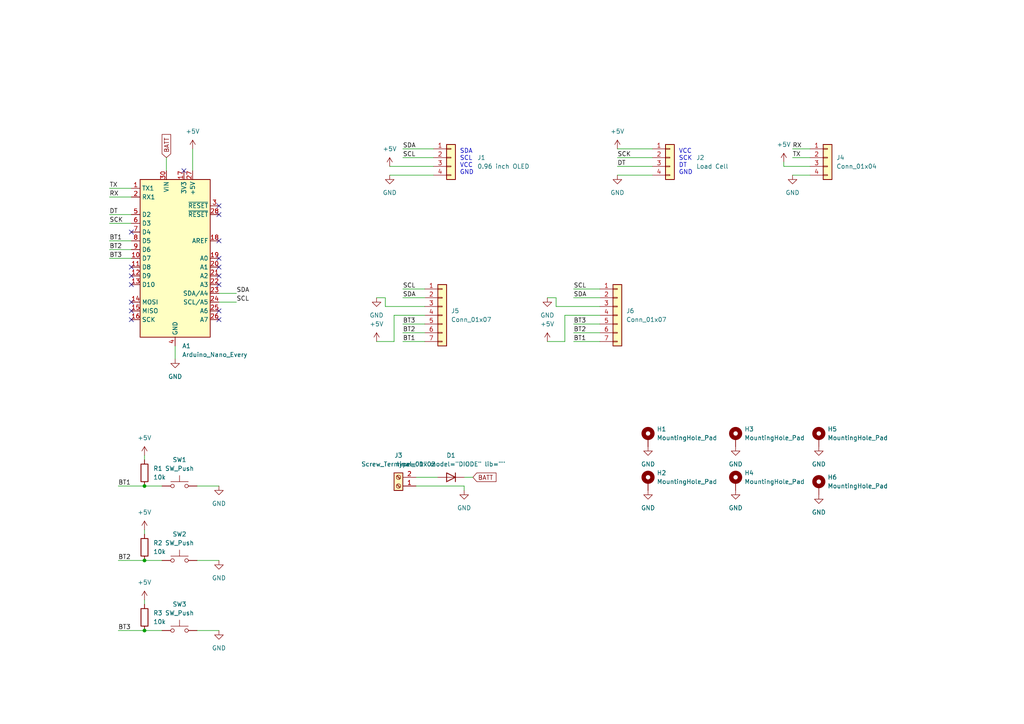
<source format=kicad_sch>
(kicad_sch (version 20211123) (generator eeschema)
  (paper "A4")
  (lib_symbols
    (symbol "Connector:Screw_Terminal_01x02" (pin_names (offset 1.016) hide)
      (property "Reference" "J" (at 0 2.54 0))
      (property "Value" "Screw_Terminal_01x02" (at 0 -5.08 0))
      (symbol "Screw_Terminal_01x02_1_1"
        (rectangle (start -1.27 1.27) (end 1.27 -3.81) (stroke (width 0.254)) (fill (type background)))
        (circle (center 0 -2.54) (radius 0.635) (stroke (width 0.1524)))
        (polyline (pts (xy -0.5334 -2.2098) (xy 0.3302 -3.048)) (stroke (width 0.1524)))
        (polyline (pts (xy -0.5334 0.3302) (xy 0.3302 -0.508)) (stroke (width 0.1524)))
        (polyline (pts (xy -0.3556 -2.032) (xy 0.508 -2.8702)) (stroke (width 0.1524)))
        (polyline (pts (xy -0.3556 0.508) (xy 0.508 -0.3302)) (stroke (width 0.1524)))
        (circle (center 0 0) (radius 0.635) (stroke (width 0.1524)))
        (pin passive line (at -5.08 0 0) (length 3.81) (name "Pin_1") (number "1"))
        (pin passive line (at -5.08 -2.54 0) (length 3.81) (name "Pin_2") (number "2"))
      )
    )
    (symbol "Connector_Generic:Conn_01x04" (pin_names (offset 1.016) hide)
      (property "Reference" "J" (at 0 5.08 0))
      (property "Value" "Conn_01x04" (at 0 -7.62 0))
      (symbol "Conn_01x04_1_1"
        (rectangle (start -1.27 -4.953) (end 0 -5.207) (stroke (width 0.1524)))
        (rectangle (start -1.27 -2.413) (end 0 -2.667) (stroke (width 0.1524)))
        (rectangle (start -1.27 0.127) (end 0 -0.127) (stroke (width 0.1524)))
        (rectangle (start -1.27 2.667) (end 0 2.413) (stroke (width 0.1524)))
        (rectangle (start -1.27 3.81) (end 1.27 -6.35) (stroke (width 0.254)) (fill (type background)))
        (pin passive line (at -5.08 2.54 0) (length 3.81) (name "Pin_1") (number "1"))
        (pin passive line (at -5.08 0 0) (length 3.81) (name "Pin_2") (number "2"))
        (pin passive line (at -5.08 -2.54 0) (length 3.81) (name "Pin_3") (number "3"))
        (pin passive line (at -5.08 -5.08 0) (length 3.81) (name "Pin_4") (number "4"))
      )
    )
    (symbol "Connector_Generic:Conn_01x07" (pin_names (offset 1.016) hide)
      (property "Reference" "J" (at 0 10.16 0))
      (property "Value" "Conn_01x07" (at 0 -10.16 0))
      (symbol "Conn_01x07_1_1"
        (rectangle (start -1.27 -7.493) (end 0 -7.747) (stroke (width 0.1524)))
        (rectangle (start -1.27 -4.953) (end 0 -5.207) (stroke (width 0.1524)))
        (rectangle (start -1.27 -2.413) (end 0 -2.667) (stroke (width 0.1524)))
        (rectangle (start -1.27 0.127) (end 0 -0.127) (stroke (width 0.1524)))
        (rectangle (start -1.27 2.667) (end 0 2.413) (stroke (width 0.1524)))
        (rectangle (start -1.27 5.207) (end 0 4.953) (stroke (width 0.1524)))
        (rectangle (start -1.27 7.747) (end 0 7.493) (stroke (width 0.1524)))
        (rectangle (start -1.27 8.89) (end 1.27 -8.89) (stroke (width 0.254)) (fill (type background)))
        (pin passive line (at -5.08 7.62 0) (length 3.81) (name "Pin_1") (number "1"))
        (pin passive line (at -5.08 5.08 0) (length 3.81) (name "Pin_2") (number "2"))
        (pin passive line (at -5.08 2.54 0) (length 3.81) (name "Pin_3") (number "3"))
        (pin passive line (at -5.08 0 0) (length 3.81) (name "Pin_4") (number "4"))
        (pin passive line (at -5.08 -2.54 0) (length 3.81) (name "Pin_5") (number "5"))
        (pin passive line (at -5.08 -5.08 0) (length 3.81) (name "Pin_6") (number "6"))
        (pin passive line (at -5.08 -7.62 0) (length 3.81) (name "Pin_7") (number "7"))
      )
    )
    (symbol "Device:R" (pin_numbers hide) (pin_names (offset 0))
      (property "Reference" "R" (at 2.032 0 90))
      (property "Value" "R" (at 0 0 90))
      (symbol "R_0_1"
        (rectangle (start -1.016 -2.54) (end 1.016 2.54) (stroke (width 0.254)))
      )
      (symbol "R_1_1"
        (pin passive line (at 0 3.81 270) (length 1.27) (name "~") (number "1"))
        (pin passive line (at 0 -3.81 90) (length 1.27) (name "~") (number "2"))
      )
    )
    (symbol "MCU_Module:Arduino_Nano_Every"
      (property "Reference" "A" (at -10.16 23.495 0))
      (property "Value" "Arduino_Nano_Every" (at 5.08 -24.13 0))
      (symbol "Arduino_Nano_Every_0_1"
        (rectangle (start -10.16 22.86) (end 10.16 -22.86) (stroke (width 0.254)) (fill (type background)))
      )
      (symbol "Arduino_Nano_Every_1_1"
        (pin bidirectional line (at -12.7 20.32 0) (length 2.54) (name "TX1") (number "1"))
        (pin bidirectional line (at -12.7 0 0) (length 2.54) (name "D7") (number "10"))
        (pin bidirectional line (at -12.7 -2.54 0) (length 2.54) (name "D8") (number "11"))
        (pin bidirectional line (at -12.7 -5.08 0) (length 2.54) (name "D9") (number "12"))
        (pin bidirectional line (at -12.7 -7.62 0) (length 2.54) (name "D10") (number "13"))
        (pin bidirectional line (at -12.7 -12.7 0) (length 2.54) (name "MOSI") (number "14"))
        (pin bidirectional line (at -12.7 -15.24 0) (length 2.54) (name "MISO") (number "15"))
        (pin bidirectional line (at -12.7 -17.78 0) (length 2.54) (name "SCK") (number "16"))
        (pin power_out line (at 2.54 25.4 270) (length 2.54) (name "3V3") (number "17"))
        (pin input line (at 12.7 5.08 180) (length 2.54) (name "AREF") (number "18"))
        (pin bidirectional line (at 12.7 0 180) (length 2.54) (name "A0") (number "19"))
        (pin bidirectional line (at -12.7 17.78 0) (length 2.54) (name "RX1") (number "2"))
        (pin bidirectional line (at 12.7 -2.54 180) (length 2.54) (name "A1") (number "20"))
        (pin bidirectional line (at 12.7 -5.08 180) (length 2.54) (name "A2") (number "21"))
        (pin bidirectional line (at 12.7 -7.62 180) (length 2.54) (name "A3") (number "22"))
        (pin bidirectional line (at 12.7 -10.16 180) (length 2.54) (name "SDA/A4") (number "23"))
        (pin bidirectional line (at 12.7 -12.7 180) (length 2.54) (name "SCL/A5") (number "24"))
        (pin bidirectional line (at 12.7 -15.24 180) (length 2.54) (name "A6") (number "25"))
        (pin bidirectional line (at 12.7 -17.78 180) (length 2.54) (name "A7") (number "26"))
        (pin power_out line (at 5.08 25.4 270) (length 2.54) (name "+5V") (number "27"))
        (pin input line (at 12.7 12.7 180) (length 2.54) (name "~{RESET}") (number "28"))
        (pin passive line (at 0 -25.4 90) (length 2.54) hide (name "GND") (number "29"))
        (pin input line (at 12.7 15.24 180) (length 2.54) (name "~{RESET}") (number "3"))
        (pin power_in line (at -2.54 25.4 270) (length 2.54) (name "VIN") (number "30"))
        (pin power_in line (at 0 -25.4 90) (length 2.54) (name "GND") (number "4"))
        (pin bidirectional line (at -12.7 12.7 0) (length 2.54) (name "D2") (number "5"))
        (pin bidirectional line (at -12.7 10.16 0) (length 2.54) (name "D3") (number "6"))
        (pin bidirectional line (at -12.7 7.62 0) (length 2.54) (name "D4") (number "7"))
        (pin bidirectional line (at -12.7 5.08 0) (length 2.54) (name "D5") (number "8"))
        (pin bidirectional line (at -12.7 2.54 0) (length 2.54) (name "D6") (number "9"))
      )
    )
    (symbol "Mechanical:MountingHole_Pad" (pin_numbers hide) (pin_names (offset 1.016) hide)
      (property "Reference" "H" (at 0 6.35 0))
      (property "Value" "MountingHole_Pad" (at 0 4.445 0))
      (symbol "MountingHole_Pad_0_1"
        (circle (center 0 1.27) (radius 1.27) (stroke (width 1.27)))
      )
      (symbol "MountingHole_Pad_1_1"
        (pin input line (at 0 -2.54 90) (length 2.54) (name "1") (number "1"))
      )
    )
    (symbol "Simulation_SPICE:DIODE" (pin_numbers hide) (pin_names (offset 1.016) hide)
      (property "Reference" "D" (at 0 2.54 0))
      (property "Value" "DIODE" (at 0 -2.54 0))
      (symbol "DIODE_0_1"
        (polyline (pts (xy 1.27 0) (xy -1.27 0)))
        (polyline (pts (xy 1.27 1.27) (xy 1.27 -1.27)) (stroke (width 0.254)))
        (polyline (pts (xy -1.27 -1.27) (xy -1.27 1.27) (xy 1.27 0) (xy -1.27 -1.27)) (stroke (width 0.254)))
      )
      (symbol "DIODE_1_1"
        (pin passive line (at -3.81 0 0) (length 2.54) (name "A") (number "1"))
        (pin passive line (at 3.81 0 180) (length 2.54) (name "K") (number "2"))
      )
    )
    (symbol "Switch:SW_Push" (pin_numbers hide) (pin_names (offset 1.016) hide)
      (property "Reference" "SW" (at 1.27 2.54 0))
      (property "Value" "SW_Push" (at 0 -1.524 0))
      (symbol "SW_Push_0_1"
        (circle (center -2.032 0) (radius 0.508))
        (polyline (pts (xy 0 1.27) (xy 0 3.048)))
        (polyline (pts (xy 2.54 1.27) (xy -2.54 1.27)))
        (circle (center 2.032 0) (radius 0.508))
        (pin passive line (at -5.08 0 0) (length 2.54) (name "1") (number "1"))
        (pin passive line (at 5.08 0 180) (length 2.54) (name "2") (number "2"))
      )
    )
    (symbol "power:+5V" (power) (pin_names (offset 0))
      (property "Value" "+5V" (at 0 3.556 0))
      (symbol "+5V_0_1"
        (polyline (pts (xy -0.762 1.27) (xy 0 2.54)))
        (polyline (pts (xy 0 0) (xy 0 2.54)))
        (polyline (pts (xy 0 2.54) (xy 0.762 1.27)))
      )
      (symbol "+5V_1_1"
        (pin power_in line (at 0 0 90) (length 0) hide (name "+5V") (number "1"))
      )
    )
    (symbol "power:GND" (power) (pin_names (offset 0))
      (property "Value" "GND" (at 0 -3.81 0))
      (symbol "GND_0_1"
        (polyline (pts (xy 0 0) (xy 0 -1.27) (xy 1.27 -1.27) (xy 0 -2.54) (xy -1.27 -1.27) (xy 0 -1.27)))
      )
      (symbol "GND_1_1"
        (pin power_in line (at 0 0 270) (length 0) hide (name "GND") (number "1"))
      )
    )
  )
  (junction (at 41.91 182.88))
  (junction (at 41.91 140.97))
  (junction (at 41.91 162.56))
  (no_connect (at 38.1 77.47))
  (no_connect (at 63.5 74.93))
  (no_connect (at 38.1 82.55))
  (no_connect (at 63.5 82.55))
  (no_connect (at 38.1 80.01))
  (no_connect (at 63.5 92.71))
  (no_connect (at 38.1 87.63))
  (no_connect (at 53.34 49.53))
  (no_connect (at 38.1 67.31))
  (no_connect (at 63.5 59.69))
  (no_connect (at 63.5 62.23))
  (no_connect (at 63.5 69.85))
  (no_connect (at 63.5 77.47))
  (no_connect (at 38.1 92.71))
  (no_connect (at 63.5 80.01))
  (no_connect (at 63.5 90.17))
  (no_connect (at 38.1 90.17))
  (wire (pts (xy 229.87 43.18) (xy 234.95 43.18)))
  (wire (pts (xy 161.29 86.36) (xy 158.75 86.36)))
  (wire (pts (xy 116.84 99.06) (xy 123.19 99.06)))
  (wire (pts (xy 34.29 162.56) (xy 41.91 162.56)))
  (wire (pts (xy 229.87 45.72) (xy 234.95 45.72)))
  (wire (pts (xy 234.95 50.8) (xy 229.87 50.8)))
  (wire (pts (xy 113.03 48.26) (xy 125.73 48.26)))
  (wire (pts (xy 41.91 162.56) (xy 46.99 162.56)))
  (wire (pts (xy 34.29 140.97) (xy 41.91 140.97)))
  (wire (pts (xy 41.91 140.97) (xy 46.99 140.97)))
  (wire (pts (xy 57.15 182.88) (xy 63.5 182.88)))
  (wire (pts (xy 116.84 83.82) (xy 123.19 83.82)))
  (wire (pts (xy 41.91 182.88) (xy 46.99 182.88)))
  (wire (pts (xy 161.29 88.9) (xy 173.99 88.9)))
  (wire (pts (xy 120.65 138.43) (xy 127 138.43)))
  (wire (pts (xy 134.62 138.43) (xy 137.16 138.43)))
  (wire (pts (xy 50.8 100.33) (xy 50.8 104.14)))
  (wire (pts (xy 34.29 182.88) (xy 41.91 182.88)))
  (wire (pts (xy 166.37 96.52) (xy 173.99 96.52)))
  (wire (pts (xy 31.75 54.61) (xy 38.1 54.61)))
  (wire (pts (xy 55.88 43.18) (xy 55.88 49.53)))
  (wire (pts (xy 120.65 140.97) (xy 134.62 140.97)))
  (wire (pts (xy 166.37 99.06) (xy 173.99 99.06)))
  (wire (pts (xy 48.26 45.72) (xy 48.26 49.53)))
  (wire (pts (xy 163.83 91.44) (xy 173.99 91.44)))
  (wire (pts (xy 111.76 86.36) (xy 109.22 86.36)))
  (wire (pts (xy 57.15 162.56) (xy 63.5 162.56)))
  (wire (pts (xy 179.07 45.72) (xy 189.23 45.72)))
  (wire (pts (xy 234.95 48.26) (xy 227.33 48.26)))
  (wire (pts (xy 227.33 46.99) (xy 227.33 48.26)))
  (wire (pts (xy 161.29 88.9) (xy 161.29 86.36)))
  (wire (pts (xy 163.83 99.06) (xy 158.75 99.06)))
  (wire (pts (xy 63.5 87.63) (xy 68.58 87.63)))
  (wire (pts (xy 179.07 48.26) (xy 189.23 48.26)))
  (wire (pts (xy 31.75 64.77) (xy 38.1 64.77)))
  (wire (pts (xy 57.15 140.97) (xy 63.5 140.97)))
  (wire (pts (xy 63.5 85.09) (xy 68.58 85.09)))
  (wire (pts (xy 116.84 96.52) (xy 123.19 96.52)))
  (wire (pts (xy 41.91 132.08) (xy 41.91 133.35)))
  (wire (pts (xy 116.84 93.98) (xy 123.19 93.98)))
  (wire (pts (xy 116.84 43.18) (xy 125.73 43.18)))
  (wire (pts (xy 31.75 57.15) (xy 38.1 57.15)))
  (wire (pts (xy 111.76 88.9) (xy 111.76 86.36)))
  (wire (pts (xy 31.75 72.39) (xy 38.1 72.39)))
  (wire (pts (xy 114.3 91.44) (xy 114.3 99.06)))
  (wire (pts (xy 166.37 93.98) (xy 173.99 93.98)))
  (wire (pts (xy 114.3 91.44) (xy 123.19 91.44)))
  (wire (pts (xy 179.07 50.8) (xy 189.23 50.8)))
  (wire (pts (xy 41.91 173.99) (xy 41.91 175.26)))
  (wire (pts (xy 41.91 153.67) (xy 41.91 154.94)))
  (wire (pts (xy 111.76 88.9) (xy 123.19 88.9)))
  (wire (pts (xy 116.84 86.36) (xy 123.19 86.36)))
  (wire (pts (xy 114.3 99.06) (xy 109.22 99.06)))
  (wire (pts (xy 179.07 43.18) (xy 189.23 43.18)))
  (wire (pts (xy 31.75 62.23) (xy 38.1 62.23)))
  (wire (pts (xy 163.83 91.44) (xy 163.83 99.06)))
  (wire (pts (xy 113.03 50.8) (xy 125.73 50.8)))
  (wire (pts (xy 31.75 74.93) (xy 38.1 74.93)))
  (wire (pts (xy 166.37 83.82) (xy 173.99 83.82)))
  (wire (pts (xy 116.84 45.72) (xy 125.73 45.72)))
  (wire (pts (xy 31.75 69.85) (xy 38.1 69.85)))
  (wire (pts (xy 134.62 142.24) (xy 134.62 140.97)))
  (wire (pts (xy 166.37 86.36) (xy 173.99 86.36)))
  (text "SDA\nSCL\nVCC\nGND" (at 133.35 50.8 0) (effects (font (size 1.27 1.27)) (justify left bottom)))
  (text "VCC\nSCK\nDT\nGND" (at 196.85 50.8 0) (effects (font (size 1.27 1.27)) (justify left bottom)))
  (label "SDA" (at 68.58 85.09 0))
  (label "BT1" (at 31.75 69.85 0))
  (label "TX" (at 31.75 54.61 0))
  (label "SCK" (at 179.07 45.72 0))
  (label "SCK" (at 31.75 64.77 0))
  (label "SDA" (at 116.84 86.36 0))
  (label "DT" (at 179.07 48.26 0))
  (label "SCL" (at 166.37 83.82 0))
  (label "BT1" (at 34.29 140.97 0))
  (label "BT3" (at 31.75 74.93 0))
  (label "BT2" (at 31.75 72.39 0))
  (label "BT2" (at 34.29 162.56 0))
  (label "SCL" (at 68.58 87.63 0))
  (label "SCL" (at 116.84 45.72 0))
  (label "BT3" (at 34.29 182.88 0))
  (label "RX" (at 31.75 57.15 0))
  (label "RX" (at 229.87 43.18 0))
  (label "BT1" (at 116.84 99.06 0))
  (label "BT2" (at 116.84 96.52 0))
  (label "BT1" (at 166.37 99.06 0))
  (label "BT3" (at 166.37 93.98 0))
  (label "TX" (at 229.87 45.72 0))
  (label "DT" (at 31.75 62.23 0))
  (label "BT2" (at 166.37 96.52 0))
  (label "SCL" (at 116.84 83.82 0))
  (label "SDA" (at 116.84 43.18 0))
  (label "SDA" (at 166.37 86.36 0))
  (label "BT3" (at 116.84 93.98 0))
  (global_label "BATT" (shape input) (at 48.26 45.72 90) (property "Intersheet References" "${INTERSHEET_REFS}" (effects hide)))
  (global_label "BATT" (shape input) (at 137.16 138.43 0) (property "Intersheet References" "${INTERSHEET_REFS}" (effects hide)))
  (symbol (lib_id "power:+5V") (at 158.75 99.06 0) (unit 1)
    (property "Reference" "#PWR0112" (effects hide))
    (property "Value" "+5V" (at 158.75 93.98 0))
  )
  (symbol (lib_id "power:GND") (at 158.75 86.36 0) (unit 1)
    (property "Reference" "#PWR0113" (effects hide))
    (property "Value" "GND" (at 158.75 91.44 0))
  )
  (symbol (lib_id "power:GND") (at 229.87 50.8 0) (unit 1)
    (property "Reference" "#PWR0104" (effects hide))
    (property "Value" "GND" (at 229.87 55.88 0))
  )
  (symbol (lib_id "Simulation_SPICE:DIODE") (at 130.81 138.43 0) (unit 1)
    (property "Reference" "D1" (at 130.81 132.08 0))
    (property "Value" "DIODE" (at 130.81 134.62 0))
    (property "Footprint" "Diode_THT:D_DO-41_SOD81_P7.62mm_Horizontal" (effects hide))
    (property "Spice_Netlist_Enabled" "Y" (effects hide))
    (property "Spice_Primitive" "D" (effects hide))
  )
  (symbol (lib_id "power:+5V") (at 179.07 43.18 0) (unit 1)
    (property "Reference" "#PWR07" (effects hide))
    (property "Value" "+5V" (at 179.07 38.1 0))
  )
  (symbol (lib_id "power:GND") (at 109.22 86.36 0) (unit 1)
    (property "Reference" "#PWR06" (effects hide))
    (property "Value" "GND" (at 109.22 91.44 0))
  )
  (symbol (lib_id "MCU_Module:Arduino_Nano_Every") (at 50.8 74.93 0) (unit 1)
    (property "Reference" "A1" (at 52.8194 100.33 0) (effects (justify left)))
    (property "Value" "Arduino_Nano_Every" (at 52.8194 102.87 0) (effects (justify left)))
    (property "Footprint" "Module:Arduino_Nano" (effects hide))
    (property "Datasheet" "https://content.arduino.cc/assets/NANOEveryV3.0_sch.pdf" (effects hide))
  )
  (symbol (lib_id "power:+5V") (at 41.91 173.99 0) (unit 1)
    (property "Reference" "#PWR0115" (effects hide))
    (property "Value" "+5V" (at 41.91 168.91 0))
  )
  (symbol (lib_id "Mechanical:MountingHole_Pad") (at 237.49 140.97 0) (unit 1)
    (property "Reference" "H6" (at 240.03 138.4299 0) (effects (justify left)))
    (property "Value" "MountingHole_Pad" (at 240.03 140.9699 0) (effects (justify left)))
    (property "Footprint" "MountingHole:MountingHole_3.2mm_M3_DIN965_Pad_TopBottom" (effects hide))
  )
  (symbol (lib_id "Mechanical:MountingHole_Pad") (at 187.96 139.7 0) (unit 1)
    (property "Reference" "H2" (at 190.5 137.1599 0) (effects (justify left)))
    (property "Value" "MountingHole_Pad" (at 190.5 139.6999 0) (effects (justify left)))
    (property "Footprint" "MountingHole:MountingHole_3.2mm_M3_DIN965_Pad_TopBottom" (effects hide))
  )
  (symbol (lib_id "Connector_Generic:Conn_01x04") (at 194.31 45.72 0) (unit 1)
    (property "Reference" "J2" (at 201.93 45.72 0) (effects (justify left)))
    (property "Value" "Load Cell" (at 201.93 48.26 0) (effects (justify left)))
    (property "Footprint" "Library:LoadCellAmplifier" (effects hide))
  )
  (symbol (lib_id "power:GND") (at 213.36 129.54 0) (unit 1)
    (property "Reference" "#PWR0105" (effects hide))
    (property "Value" "GND" (at 213.36 134.62 0))
  )
  (symbol (lib_id "Connector_Generic:Conn_01x04") (at 240.03 45.72 0) (unit 1)
    (property "Reference" "J4" (at 242.57 45.7199 0) (effects (justify left)))
    (property "Value" "Conn_01x04" (at 242.57 48.2599 0) (effects (justify left)))
    (property "Footprint" "Connector_PinHeader_2.54mm:PinHeader_1x04_P2.54mm_Vertical" (effects hide))
  )
  (symbol (lib_id "power:+5V") (at 227.33 46.99 0) (unit 1)
    (property "Reference" "#PWR0117" (effects hide))
    (property "Value" "+5V" (at 227.33 41.91 0))
  )
  (symbol (lib_id "Mechanical:MountingHole_Pad") (at 237.49 127 0) (unit 1)
    (property "Reference" "H5" (at 240.03 124.4599 0) (effects (justify left)))
    (property "Value" "MountingHole_Pad" (at 240.03 126.9999 0) (effects (justify left)))
    (property "Footprint" "MountingHole:MountingHole_3.2mm_M3_DIN965_Pad_TopBottom" (effects hide))
  )
  (symbol (lib_id "power:+5V") (at 55.88 43.18 0) (unit 1)
    (property "Reference" "#PWR02" (effects hide))
    (property "Value" "+5V" (at 55.88 38.1 0))
  )
  (symbol (lib_id "power:+5V") (at 41.91 132.08 0) (unit 1)
    (property "Reference" "#PWR0111" (effects hide))
    (property "Value" "+5V" (at 41.91 127 0))
  )
  (symbol (lib_id "power:GND") (at 187.96 142.24 0) (unit 1)
    (property "Reference" "#PWR0108" (effects hide))
    (property "Value" "GND" (at 187.96 147.32 0))
  )
  (symbol (lib_id "Switch:SW_Push") (at 52.07 182.88 0) (unit 1)
    (property "Reference" "SW3" (at 52.07 175.26 0))
    (property "Value" "SW_Push" (at 52.07 177.8 0))
    (property "Footprint" "Button_Switch_THT:SW_PUSH_6mm_H4.3mm" (effects hide))
  )
  (symbol (lib_id "Switch:SW_Push") (at 52.07 140.97 0) (unit 1)
    (property "Reference" "SW1" (at 52.07 133.35 0))
    (property "Value" "SW_Push" (at 52.07 135.89 0))
    (property "Footprint" "Button_Switch_THT:SW_PUSH_6mm_H4.3mm" (effects hide))
  )
  (symbol (lib_id "power:GND") (at 63.5 162.56 0) (unit 1)
    (property "Reference" "#PWR0110" (effects hide))
    (property "Value" "GND" (at 63.5 167.64 0))
  )
  (symbol (lib_id "Device:R") (at 41.91 158.75 0) (unit 1)
    (property "Reference" "R2" (at 44.45 157.4799 0) (effects (justify left)))
    (property "Value" "10k" (at 44.45 160.0199 0) (effects (justify left)))
    (property "Footprint" "Resistor_THT:R_Axial_DIN0207_L6.3mm_D2.5mm_P10.16mm_Horizontal" (effects hide))
  )
  (symbol (lib_id "Mechanical:MountingHole_Pad") (at 213.36 139.7 0) (unit 1)
    (property "Reference" "H4" (at 215.9 137.1599 0) (effects (justify left)))
    (property "Value" "MountingHole_Pad" (at 215.9 139.6999 0) (effects (justify left)))
    (property "Footprint" "MountingHole:MountingHole_3.2mm_M3_DIN965_Pad_TopBottom" (effects hide))
  )
  (symbol (lib_id "Mechanical:MountingHole_Pad") (at 187.96 127 0) (unit 1)
    (property "Reference" "H1" (at 190.5 124.4599 0) (effects (justify left)))
    (property "Value" "MountingHole_Pad" (at 190.5 126.9999 0) (effects (justify left)))
    (property "Footprint" "MountingHole:MountingHole_3.2mm_M3_DIN965_Pad_TopBottom" (effects hide))
  )
  (symbol (lib_id "power:GND") (at 113.03 50.8 0) (unit 1)
    (property "Reference" "#PWR04" (effects hide))
    (property "Value" "GND" (at 113.03 55.88 0))
  )
  (symbol (lib_id "power:GND") (at 237.49 143.51 0) (unit 1)
    (property "Reference" "#PWR0103" (effects hide))
    (property "Value" "GND" (at 237.49 148.59 0))
  )
  (symbol (lib_id "power:GND") (at 134.62 142.24 0) (unit 1)
    (property "Reference" "#PWR0101" (effects hide))
    (property "Value" "GND" (at 134.62 147.32 0))
  )
  (symbol (lib_id "Connector:Screw_Terminal_01x02") (at 115.57 140.97 180) (unit 1)
    (property "Reference" "J3" (at 115.57 132.08 0))
    (property "Value" "Screw_Terminal_01x02" (at 115.57 134.62 0))
    (property "Footprint" "TerminalBlock_4Ucon:TerminalBlock_4Ucon_1x02_P3.50mm_Horizontal" (effects hide))
  )
  (symbol (lib_id "Connector_Generic:Conn_01x04") (at 130.81 45.72 0) (unit 1)
    (property "Reference" "J1" (at 138.43 45.72 0) (effects (justify left)))
    (property "Value" "0.96 inch OLED" (at 138.43 48.26 0) (effects (justify left)))
    (property "Footprint" "Library:0.96 inch OLED I2C" (effects hide))
  )
  (symbol (lib_id "power:GND") (at 187.96 129.54 0) (unit 1)
    (property "Reference" "#PWR0107" (effects hide))
    (property "Value" "GND" (at 187.96 134.62 0))
  )
  (symbol (lib_id "Connector_Generic:Conn_01x07") (at 179.07 91.44 0) (unit 1)
    (property "Reference" "J6" (at 181.61 90.1699 0) (effects (justify left)))
    (property "Value" "Conn_01x07" (at 181.61 92.7099 0) (effects (justify left)))
    (property "Footprint" "Connector_PinHeader_2.54mm:PinHeader_1x07_P2.54mm_Vertical" (effects hide))
  )
  (symbol (lib_id "power:GND") (at 213.36 142.24 0) (unit 1)
    (property "Reference" "#PWR0106" (effects hide))
    (property "Value" "GND" (at 213.36 147.32 0))
  )
  (symbol (lib_id "Device:R") (at 41.91 179.07 0) (unit 1)
    (property "Reference" "R3" (at 44.45 177.7999 0) (effects (justify left)))
    (property "Value" "10k" (at 44.45 180.3399 0) (effects (justify left)))
    (property "Footprint" "Resistor_THT:R_Axial_DIN0207_L6.3mm_D2.5mm_P10.16mm_Horizontal" (effects hide))
  )
  (symbol (lib_id "power:GND") (at 237.49 129.54 0) (unit 1)
    (property "Reference" "#PWR0102" (effects hide))
    (property "Value" "GND" (at 237.49 134.62 0))
  )
  (symbol (lib_id "power:+5V") (at 109.22 99.06 0) (unit 1)
    (property "Reference" "#PWR05" (effects hide))
    (property "Value" "+5V" (at 109.22 93.98 0))
  )
  (symbol (lib_id "Connector_Generic:Conn_01x07") (at 128.27 91.44 0) (unit 1)
    (property "Reference" "J5" (at 130.81 90.1699 0) (effects (justify left)))
    (property "Value" "Conn_01x07" (at 130.81 92.7099 0) (effects (justify left)))
    (property "Footprint" "Connector_PinHeader_2.54mm:PinHeader_1x07_P2.54mm_Vertical" (effects hide))
  )
  (symbol (lib_id "power:GND") (at 63.5 182.88 0) (unit 1)
    (property "Reference" "#PWR0109" (effects hide))
    (property "Value" "GND" (at 63.5 187.96 0))
  )
  (symbol (lib_id "power:+5V") (at 113.03 48.26 0) (unit 1)
    (property "Reference" "#PWR03" (effects hide))
    (property "Value" "+5V" (at 113.03 43.18 0))
  )
  (symbol (lib_id "Device:R") (at 41.91 137.16 0) (unit 1)
    (property "Reference" "R1" (at 44.45 135.8899 0) (effects (justify left)))
    (property "Value" "10k" (at 44.45 138.4299 0) (effects (justify left)))
    (property "Footprint" "Resistor_THT:R_Axial_DIN0207_L6.3mm_D2.5mm_P10.16mm_Horizontal" (effects hide))
  )
  (symbol (lib_id "power:+5V") (at 41.91 153.67 0) (unit 1)
    (property "Reference" "#PWR0114" (effects hide))
    (property "Value" "+5V" (at 41.91 148.59 0))
  )
  (symbol (lib_id "Switch:SW_Push") (at 52.07 162.56 0) (unit 1)
    (property "Reference" "SW2" (at 52.07 154.94 0))
    (property "Value" "SW_Push" (at 52.07 157.48 0))
    (property "Footprint" "Button_Switch_THT:SW_PUSH_6mm_H4.3mm" (effects hide))
  )
  (symbol (lib_id "power:GND") (at 63.5 140.97 0) (unit 1)
    (property "Reference" "#PWR0116" (effects hide))
    (property "Value" "GND" (at 63.5 146.05 0))
  )
  (symbol (lib_id "power:GND") (at 50.8 104.14 0) (unit 1)
    (property "Reference" "#PWR01" (effects hide))
    (property "Value" "GND" (at 50.8 109.22 0))
  )
  (symbol (lib_id "Mechanical:MountingHole_Pad") (at 213.36 127 0) (unit 1)
    (property "Reference" "H3" (at 215.9 124.4599 0) (effects (justify left)))
    (property "Value" "MountingHole_Pad" (at 215.9 126.9999 0) (effects (justify left)))
    (property "Footprint" "MountingHole:MountingHole_3.2mm_M3_DIN965_Pad_TopBottom" (effects hide))
  )
  (symbol (lib_id "power:GND") (at 179.07 50.8 0) (unit 1)
    (property "Reference" "#PWR08" (effects hide))
    (property "Value" "GND" (at 179.07 55.88 0))
  )
)
</source>
